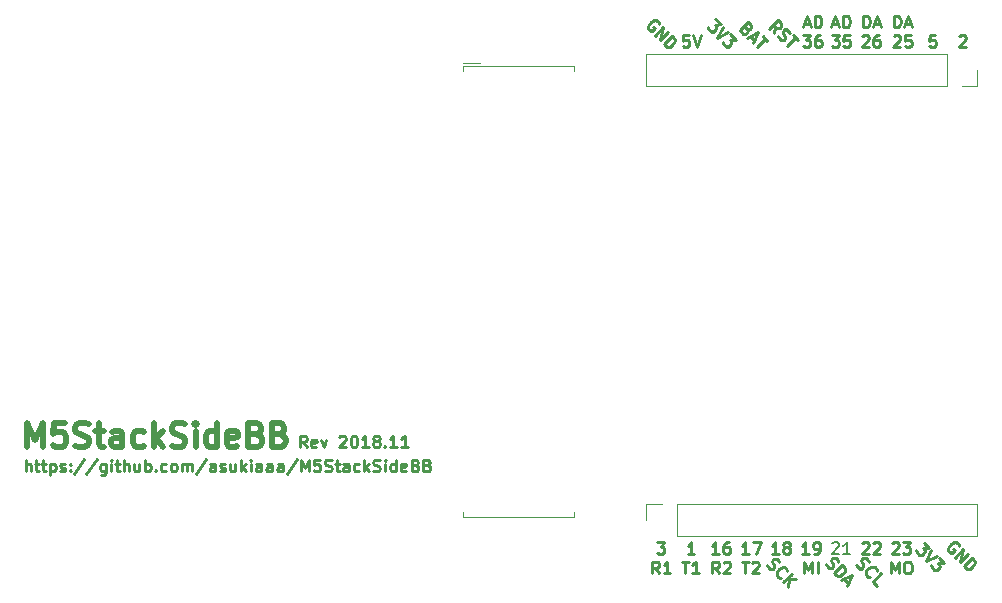
<source format=gbr>
G04 #@! TF.GenerationSoftware,KiCad,Pcbnew,5.0.1-33cea8e~68~ubuntu18.04.1*
G04 #@! TF.CreationDate,2018-11-09T15:53:42+09:00*
G04 #@! TF.ProjectId,M5StackSideBB,4D35537461636B5369646542422E6B69,rev?*
G04 #@! TF.SameCoordinates,Original*
G04 #@! TF.FileFunction,Legend,Top*
G04 #@! TF.FilePolarity,Positive*
%FSLAX46Y46*%
G04 Gerber Fmt 4.6, Leading zero omitted, Abs format (unit mm)*
G04 Created by KiCad (PCBNEW 5.0.1-33cea8e~68~ubuntu18.04.1) date 2018年11月09日 15時53分42秒*
%MOMM*%
%LPD*%
G01*
G04 APERTURE LIST*
%ADD10C,0.250000*%
%ADD11C,0.500000*%
%ADD12C,0.200000*%
%ADD13C,0.120000*%
G04 APERTURE END LIST*
D10*
X126122609Y-88031580D02*
X125789276Y-87555390D01*
X125551180Y-88031580D02*
X125551180Y-87031580D01*
X125932133Y-87031580D01*
X126027371Y-87079200D01*
X126074990Y-87126819D01*
X126122609Y-87222057D01*
X126122609Y-87364914D01*
X126074990Y-87460152D01*
X126027371Y-87507771D01*
X125932133Y-87555390D01*
X125551180Y-87555390D01*
X126932133Y-87983961D02*
X126836895Y-88031580D01*
X126646419Y-88031580D01*
X126551180Y-87983961D01*
X126503561Y-87888723D01*
X126503561Y-87507771D01*
X126551180Y-87412533D01*
X126646419Y-87364914D01*
X126836895Y-87364914D01*
X126932133Y-87412533D01*
X126979752Y-87507771D01*
X126979752Y-87603009D01*
X126503561Y-87698247D01*
X127313085Y-87364914D02*
X127551180Y-88031580D01*
X127789276Y-87364914D01*
X128884514Y-87126819D02*
X128932133Y-87079200D01*
X129027371Y-87031580D01*
X129265466Y-87031580D01*
X129360704Y-87079200D01*
X129408323Y-87126819D01*
X129455942Y-87222057D01*
X129455942Y-87317295D01*
X129408323Y-87460152D01*
X128836895Y-88031580D01*
X129455942Y-88031580D01*
X130074990Y-87031580D02*
X130170228Y-87031580D01*
X130265466Y-87079200D01*
X130313085Y-87126819D01*
X130360704Y-87222057D01*
X130408323Y-87412533D01*
X130408323Y-87650628D01*
X130360704Y-87841104D01*
X130313085Y-87936342D01*
X130265466Y-87983961D01*
X130170228Y-88031580D01*
X130074990Y-88031580D01*
X129979752Y-87983961D01*
X129932133Y-87936342D01*
X129884514Y-87841104D01*
X129836895Y-87650628D01*
X129836895Y-87412533D01*
X129884514Y-87222057D01*
X129932133Y-87126819D01*
X129979752Y-87079200D01*
X130074990Y-87031580D01*
X131360704Y-88031580D02*
X130789276Y-88031580D01*
X131074990Y-88031580D02*
X131074990Y-87031580D01*
X130979752Y-87174438D01*
X130884514Y-87269676D01*
X130789276Y-87317295D01*
X131932133Y-87460152D02*
X131836895Y-87412533D01*
X131789276Y-87364914D01*
X131741657Y-87269676D01*
X131741657Y-87222057D01*
X131789276Y-87126819D01*
X131836895Y-87079200D01*
X131932133Y-87031580D01*
X132122609Y-87031580D01*
X132217847Y-87079200D01*
X132265466Y-87126819D01*
X132313085Y-87222057D01*
X132313085Y-87269676D01*
X132265466Y-87364914D01*
X132217847Y-87412533D01*
X132122609Y-87460152D01*
X131932133Y-87460152D01*
X131836895Y-87507771D01*
X131789276Y-87555390D01*
X131741657Y-87650628D01*
X131741657Y-87841104D01*
X131789276Y-87936342D01*
X131836895Y-87983961D01*
X131932133Y-88031580D01*
X132122609Y-88031580D01*
X132217847Y-87983961D01*
X132265466Y-87936342D01*
X132313085Y-87841104D01*
X132313085Y-87650628D01*
X132265466Y-87555390D01*
X132217847Y-87507771D01*
X132122609Y-87460152D01*
X132741657Y-87936342D02*
X132789276Y-87983961D01*
X132741657Y-88031580D01*
X132694038Y-87983961D01*
X132741657Y-87936342D01*
X132741657Y-88031580D01*
X133741657Y-88031580D02*
X133170228Y-88031580D01*
X133455942Y-88031580D02*
X133455942Y-87031580D01*
X133360704Y-87174438D01*
X133265466Y-87269676D01*
X133170228Y-87317295D01*
X134694038Y-88031580D02*
X134122609Y-88031580D01*
X134408323Y-88031580D02*
X134408323Y-87031580D01*
X134313085Y-87174438D01*
X134217847Y-87269676D01*
X134122609Y-87317295D01*
D11*
X102430038Y-87975961D02*
X102430038Y-85975961D01*
X103096704Y-87404533D01*
X103763371Y-85975961D01*
X103763371Y-87975961D01*
X105668133Y-85975961D02*
X104715752Y-85975961D01*
X104620514Y-86928342D01*
X104715752Y-86833104D01*
X104906228Y-86737866D01*
X105382419Y-86737866D01*
X105572895Y-86833104D01*
X105668133Y-86928342D01*
X105763371Y-87118819D01*
X105763371Y-87595009D01*
X105668133Y-87785485D01*
X105572895Y-87880723D01*
X105382419Y-87975961D01*
X104906228Y-87975961D01*
X104715752Y-87880723D01*
X104620514Y-87785485D01*
X106525276Y-87880723D02*
X106810990Y-87975961D01*
X107287180Y-87975961D01*
X107477657Y-87880723D01*
X107572895Y-87785485D01*
X107668133Y-87595009D01*
X107668133Y-87404533D01*
X107572895Y-87214057D01*
X107477657Y-87118819D01*
X107287180Y-87023580D01*
X106906228Y-86928342D01*
X106715752Y-86833104D01*
X106620514Y-86737866D01*
X106525276Y-86547390D01*
X106525276Y-86356914D01*
X106620514Y-86166438D01*
X106715752Y-86071200D01*
X106906228Y-85975961D01*
X107382419Y-85975961D01*
X107668133Y-86071200D01*
X108239561Y-86642628D02*
X109001466Y-86642628D01*
X108525276Y-85975961D02*
X108525276Y-87690247D01*
X108620514Y-87880723D01*
X108810990Y-87975961D01*
X109001466Y-87975961D01*
X110525276Y-87975961D02*
X110525276Y-86928342D01*
X110430038Y-86737866D01*
X110239561Y-86642628D01*
X109858609Y-86642628D01*
X109668133Y-86737866D01*
X110525276Y-87880723D02*
X110334800Y-87975961D01*
X109858609Y-87975961D01*
X109668133Y-87880723D01*
X109572895Y-87690247D01*
X109572895Y-87499771D01*
X109668133Y-87309295D01*
X109858609Y-87214057D01*
X110334800Y-87214057D01*
X110525276Y-87118819D01*
X112334800Y-87880723D02*
X112144323Y-87975961D01*
X111763371Y-87975961D01*
X111572895Y-87880723D01*
X111477657Y-87785485D01*
X111382419Y-87595009D01*
X111382419Y-87023580D01*
X111477657Y-86833104D01*
X111572895Y-86737866D01*
X111763371Y-86642628D01*
X112144323Y-86642628D01*
X112334800Y-86737866D01*
X113191942Y-87975961D02*
X113191942Y-85975961D01*
X113382419Y-87214057D02*
X113953847Y-87975961D01*
X113953847Y-86642628D02*
X113191942Y-87404533D01*
X114715752Y-87880723D02*
X115001466Y-87975961D01*
X115477657Y-87975961D01*
X115668133Y-87880723D01*
X115763371Y-87785485D01*
X115858609Y-87595009D01*
X115858609Y-87404533D01*
X115763371Y-87214057D01*
X115668133Y-87118819D01*
X115477657Y-87023580D01*
X115096704Y-86928342D01*
X114906228Y-86833104D01*
X114810990Y-86737866D01*
X114715752Y-86547390D01*
X114715752Y-86356914D01*
X114810990Y-86166438D01*
X114906228Y-86071200D01*
X115096704Y-85975961D01*
X115572895Y-85975961D01*
X115858609Y-86071200D01*
X116715752Y-87975961D02*
X116715752Y-86642628D01*
X116715752Y-85975961D02*
X116620514Y-86071200D01*
X116715752Y-86166438D01*
X116810990Y-86071200D01*
X116715752Y-85975961D01*
X116715752Y-86166438D01*
X118525276Y-87975961D02*
X118525276Y-85975961D01*
X118525276Y-87880723D02*
X118334800Y-87975961D01*
X117953847Y-87975961D01*
X117763371Y-87880723D01*
X117668133Y-87785485D01*
X117572895Y-87595009D01*
X117572895Y-87023580D01*
X117668133Y-86833104D01*
X117763371Y-86737866D01*
X117953847Y-86642628D01*
X118334800Y-86642628D01*
X118525276Y-86737866D01*
X120239561Y-87880723D02*
X120049085Y-87975961D01*
X119668133Y-87975961D01*
X119477657Y-87880723D01*
X119382419Y-87690247D01*
X119382419Y-86928342D01*
X119477657Y-86737866D01*
X119668133Y-86642628D01*
X120049085Y-86642628D01*
X120239561Y-86737866D01*
X120334799Y-86928342D01*
X120334799Y-87118819D01*
X119382419Y-87309295D01*
X121858609Y-86928342D02*
X122144323Y-87023580D01*
X122239561Y-87118819D01*
X122334799Y-87309295D01*
X122334799Y-87595009D01*
X122239561Y-87785485D01*
X122144323Y-87880723D01*
X121953847Y-87975961D01*
X121191942Y-87975961D01*
X121191942Y-85975961D01*
X121858609Y-85975961D01*
X122049085Y-86071200D01*
X122144323Y-86166438D01*
X122239561Y-86356914D01*
X122239561Y-86547390D01*
X122144323Y-86737866D01*
X122049085Y-86833104D01*
X121858609Y-86928342D01*
X121191942Y-86928342D01*
X123858609Y-86928342D02*
X124144323Y-87023580D01*
X124239561Y-87118819D01*
X124334799Y-87309295D01*
X124334799Y-87595009D01*
X124239561Y-87785485D01*
X124144323Y-87880723D01*
X123953847Y-87975961D01*
X123191942Y-87975961D01*
X123191942Y-85975961D01*
X123858609Y-85975961D01*
X124049085Y-86071200D01*
X124144323Y-86166438D01*
X124239561Y-86356914D01*
X124239561Y-86547390D01*
X124144323Y-86737866D01*
X124049085Y-86833104D01*
X123858609Y-86928342D01*
X123191942Y-86928342D01*
D10*
X102335561Y-90063580D02*
X102335561Y-89063580D01*
X102764133Y-90063580D02*
X102764133Y-89539771D01*
X102716514Y-89444533D01*
X102621276Y-89396914D01*
X102478419Y-89396914D01*
X102383180Y-89444533D01*
X102335561Y-89492152D01*
X103097466Y-89396914D02*
X103478419Y-89396914D01*
X103240323Y-89063580D02*
X103240323Y-89920723D01*
X103287942Y-90015961D01*
X103383180Y-90063580D01*
X103478419Y-90063580D01*
X103668895Y-89396914D02*
X104049847Y-89396914D01*
X103811752Y-89063580D02*
X103811752Y-89920723D01*
X103859371Y-90015961D01*
X103954609Y-90063580D01*
X104049847Y-90063580D01*
X104383180Y-89396914D02*
X104383180Y-90396914D01*
X104383180Y-89444533D02*
X104478419Y-89396914D01*
X104668895Y-89396914D01*
X104764133Y-89444533D01*
X104811752Y-89492152D01*
X104859371Y-89587390D01*
X104859371Y-89873104D01*
X104811752Y-89968342D01*
X104764133Y-90015961D01*
X104668895Y-90063580D01*
X104478419Y-90063580D01*
X104383180Y-90015961D01*
X105240323Y-90015961D02*
X105335561Y-90063580D01*
X105526038Y-90063580D01*
X105621276Y-90015961D01*
X105668895Y-89920723D01*
X105668895Y-89873104D01*
X105621276Y-89777866D01*
X105526038Y-89730247D01*
X105383180Y-89730247D01*
X105287942Y-89682628D01*
X105240323Y-89587390D01*
X105240323Y-89539771D01*
X105287942Y-89444533D01*
X105383180Y-89396914D01*
X105526038Y-89396914D01*
X105621276Y-89444533D01*
X106097466Y-89968342D02*
X106145085Y-90015961D01*
X106097466Y-90063580D01*
X106049847Y-90015961D01*
X106097466Y-89968342D01*
X106097466Y-90063580D01*
X106097466Y-89444533D02*
X106145085Y-89492152D01*
X106097466Y-89539771D01*
X106049847Y-89492152D01*
X106097466Y-89444533D01*
X106097466Y-89539771D01*
X107287942Y-89015961D02*
X106430799Y-90301676D01*
X108335561Y-89015961D02*
X107478419Y-90301676D01*
X109097466Y-89396914D02*
X109097466Y-90206438D01*
X109049847Y-90301676D01*
X109002228Y-90349295D01*
X108906990Y-90396914D01*
X108764133Y-90396914D01*
X108668895Y-90349295D01*
X109097466Y-90015961D02*
X109002228Y-90063580D01*
X108811752Y-90063580D01*
X108716514Y-90015961D01*
X108668895Y-89968342D01*
X108621276Y-89873104D01*
X108621276Y-89587390D01*
X108668895Y-89492152D01*
X108716514Y-89444533D01*
X108811752Y-89396914D01*
X109002228Y-89396914D01*
X109097466Y-89444533D01*
X109573657Y-90063580D02*
X109573657Y-89396914D01*
X109573657Y-89063580D02*
X109526038Y-89111200D01*
X109573657Y-89158819D01*
X109621276Y-89111200D01*
X109573657Y-89063580D01*
X109573657Y-89158819D01*
X109906990Y-89396914D02*
X110287942Y-89396914D01*
X110049847Y-89063580D02*
X110049847Y-89920723D01*
X110097466Y-90015961D01*
X110192704Y-90063580D01*
X110287942Y-90063580D01*
X110621276Y-90063580D02*
X110621276Y-89063580D01*
X111049847Y-90063580D02*
X111049847Y-89539771D01*
X111002228Y-89444533D01*
X110906990Y-89396914D01*
X110764133Y-89396914D01*
X110668895Y-89444533D01*
X110621276Y-89492152D01*
X111954609Y-89396914D02*
X111954609Y-90063580D01*
X111526038Y-89396914D02*
X111526038Y-89920723D01*
X111573657Y-90015961D01*
X111668895Y-90063580D01*
X111811752Y-90063580D01*
X111906990Y-90015961D01*
X111954609Y-89968342D01*
X112430799Y-90063580D02*
X112430799Y-89063580D01*
X112430799Y-89444533D02*
X112526038Y-89396914D01*
X112716514Y-89396914D01*
X112811752Y-89444533D01*
X112859371Y-89492152D01*
X112906990Y-89587390D01*
X112906990Y-89873104D01*
X112859371Y-89968342D01*
X112811752Y-90015961D01*
X112716514Y-90063580D01*
X112526038Y-90063580D01*
X112430799Y-90015961D01*
X113335561Y-89968342D02*
X113383180Y-90015961D01*
X113335561Y-90063580D01*
X113287942Y-90015961D01*
X113335561Y-89968342D01*
X113335561Y-90063580D01*
X114240323Y-90015961D02*
X114145085Y-90063580D01*
X113954609Y-90063580D01*
X113859371Y-90015961D01*
X113811752Y-89968342D01*
X113764133Y-89873104D01*
X113764133Y-89587390D01*
X113811752Y-89492152D01*
X113859371Y-89444533D01*
X113954609Y-89396914D01*
X114145085Y-89396914D01*
X114240323Y-89444533D01*
X114811752Y-90063580D02*
X114716514Y-90015961D01*
X114668895Y-89968342D01*
X114621276Y-89873104D01*
X114621276Y-89587390D01*
X114668895Y-89492152D01*
X114716514Y-89444533D01*
X114811752Y-89396914D01*
X114954609Y-89396914D01*
X115049847Y-89444533D01*
X115097466Y-89492152D01*
X115145085Y-89587390D01*
X115145085Y-89873104D01*
X115097466Y-89968342D01*
X115049847Y-90015961D01*
X114954609Y-90063580D01*
X114811752Y-90063580D01*
X115573657Y-90063580D02*
X115573657Y-89396914D01*
X115573657Y-89492152D02*
X115621276Y-89444533D01*
X115716514Y-89396914D01*
X115859371Y-89396914D01*
X115954609Y-89444533D01*
X116002228Y-89539771D01*
X116002228Y-90063580D01*
X116002228Y-89539771D02*
X116049847Y-89444533D01*
X116145085Y-89396914D01*
X116287942Y-89396914D01*
X116383180Y-89444533D01*
X116430799Y-89539771D01*
X116430799Y-90063580D01*
X117621276Y-89015961D02*
X116764133Y-90301676D01*
X118383180Y-90063580D02*
X118383180Y-89539771D01*
X118335561Y-89444533D01*
X118240323Y-89396914D01*
X118049847Y-89396914D01*
X117954609Y-89444533D01*
X118383180Y-90015961D02*
X118287942Y-90063580D01*
X118049847Y-90063580D01*
X117954609Y-90015961D01*
X117906990Y-89920723D01*
X117906990Y-89825485D01*
X117954609Y-89730247D01*
X118049847Y-89682628D01*
X118287942Y-89682628D01*
X118383180Y-89635009D01*
X118811752Y-90015961D02*
X118906990Y-90063580D01*
X119097466Y-90063580D01*
X119192704Y-90015961D01*
X119240323Y-89920723D01*
X119240323Y-89873104D01*
X119192704Y-89777866D01*
X119097466Y-89730247D01*
X118954609Y-89730247D01*
X118859371Y-89682628D01*
X118811752Y-89587390D01*
X118811752Y-89539771D01*
X118859371Y-89444533D01*
X118954609Y-89396914D01*
X119097466Y-89396914D01*
X119192704Y-89444533D01*
X120097466Y-89396914D02*
X120097466Y-90063580D01*
X119668895Y-89396914D02*
X119668895Y-89920723D01*
X119716514Y-90015961D01*
X119811752Y-90063580D01*
X119954609Y-90063580D01*
X120049847Y-90015961D01*
X120097466Y-89968342D01*
X120573657Y-90063580D02*
X120573657Y-89063580D01*
X120668895Y-89682628D02*
X120954609Y-90063580D01*
X120954609Y-89396914D02*
X120573657Y-89777866D01*
X121383180Y-90063580D02*
X121383180Y-89396914D01*
X121383180Y-89063580D02*
X121335561Y-89111200D01*
X121383180Y-89158819D01*
X121430799Y-89111200D01*
X121383180Y-89063580D01*
X121383180Y-89158819D01*
X122287942Y-90063580D02*
X122287942Y-89539771D01*
X122240323Y-89444533D01*
X122145085Y-89396914D01*
X121954609Y-89396914D01*
X121859371Y-89444533D01*
X122287942Y-90015961D02*
X122192704Y-90063580D01*
X121954609Y-90063580D01*
X121859371Y-90015961D01*
X121811752Y-89920723D01*
X121811752Y-89825485D01*
X121859371Y-89730247D01*
X121954609Y-89682628D01*
X122192704Y-89682628D01*
X122287942Y-89635009D01*
X123192704Y-90063580D02*
X123192704Y-89539771D01*
X123145085Y-89444533D01*
X123049847Y-89396914D01*
X122859371Y-89396914D01*
X122764133Y-89444533D01*
X123192704Y-90015961D02*
X123097466Y-90063580D01*
X122859371Y-90063580D01*
X122764133Y-90015961D01*
X122716514Y-89920723D01*
X122716514Y-89825485D01*
X122764133Y-89730247D01*
X122859371Y-89682628D01*
X123097466Y-89682628D01*
X123192704Y-89635009D01*
X124097466Y-90063580D02*
X124097466Y-89539771D01*
X124049847Y-89444533D01*
X123954609Y-89396914D01*
X123764133Y-89396914D01*
X123668895Y-89444533D01*
X124097466Y-90015961D02*
X124002228Y-90063580D01*
X123764133Y-90063580D01*
X123668895Y-90015961D01*
X123621276Y-89920723D01*
X123621276Y-89825485D01*
X123668895Y-89730247D01*
X123764133Y-89682628D01*
X124002228Y-89682628D01*
X124097466Y-89635009D01*
X125287942Y-89015961D02*
X124430799Y-90301676D01*
X125621276Y-90063580D02*
X125621276Y-89063580D01*
X125954609Y-89777866D01*
X126287942Y-89063580D01*
X126287942Y-90063580D01*
X127240323Y-89063580D02*
X126764133Y-89063580D01*
X126716514Y-89539771D01*
X126764133Y-89492152D01*
X126859371Y-89444533D01*
X127097466Y-89444533D01*
X127192704Y-89492152D01*
X127240323Y-89539771D01*
X127287942Y-89635009D01*
X127287942Y-89873104D01*
X127240323Y-89968342D01*
X127192704Y-90015961D01*
X127097466Y-90063580D01*
X126859371Y-90063580D01*
X126764133Y-90015961D01*
X126716514Y-89968342D01*
X127668895Y-90015961D02*
X127811752Y-90063580D01*
X128049847Y-90063580D01*
X128145085Y-90015961D01*
X128192704Y-89968342D01*
X128240323Y-89873104D01*
X128240323Y-89777866D01*
X128192704Y-89682628D01*
X128145085Y-89635009D01*
X128049847Y-89587390D01*
X127859371Y-89539771D01*
X127764133Y-89492152D01*
X127716514Y-89444533D01*
X127668895Y-89349295D01*
X127668895Y-89254057D01*
X127716514Y-89158819D01*
X127764133Y-89111200D01*
X127859371Y-89063580D01*
X128097466Y-89063580D01*
X128240323Y-89111200D01*
X128526038Y-89396914D02*
X128906990Y-89396914D01*
X128668895Y-89063580D02*
X128668895Y-89920723D01*
X128716514Y-90015961D01*
X128811752Y-90063580D01*
X128906990Y-90063580D01*
X129668895Y-90063580D02*
X129668895Y-89539771D01*
X129621276Y-89444533D01*
X129526038Y-89396914D01*
X129335561Y-89396914D01*
X129240323Y-89444533D01*
X129668895Y-90015961D02*
X129573657Y-90063580D01*
X129335561Y-90063580D01*
X129240323Y-90015961D01*
X129192704Y-89920723D01*
X129192704Y-89825485D01*
X129240323Y-89730247D01*
X129335561Y-89682628D01*
X129573657Y-89682628D01*
X129668895Y-89635009D01*
X130573657Y-90015961D02*
X130478419Y-90063580D01*
X130287942Y-90063580D01*
X130192704Y-90015961D01*
X130145085Y-89968342D01*
X130097466Y-89873104D01*
X130097466Y-89587390D01*
X130145085Y-89492152D01*
X130192704Y-89444533D01*
X130287942Y-89396914D01*
X130478419Y-89396914D01*
X130573657Y-89444533D01*
X131002228Y-90063580D02*
X131002228Y-89063580D01*
X131097466Y-89682628D02*
X131383180Y-90063580D01*
X131383180Y-89396914D02*
X131002228Y-89777866D01*
X131764133Y-90015961D02*
X131906990Y-90063580D01*
X132145085Y-90063580D01*
X132240323Y-90015961D01*
X132287942Y-89968342D01*
X132335561Y-89873104D01*
X132335561Y-89777866D01*
X132287942Y-89682628D01*
X132240323Y-89635009D01*
X132145085Y-89587390D01*
X131954609Y-89539771D01*
X131859371Y-89492152D01*
X131811752Y-89444533D01*
X131764133Y-89349295D01*
X131764133Y-89254057D01*
X131811752Y-89158819D01*
X131859371Y-89111200D01*
X131954609Y-89063580D01*
X132192704Y-89063580D01*
X132335561Y-89111200D01*
X132764133Y-90063580D02*
X132764133Y-89396914D01*
X132764133Y-89063580D02*
X132716514Y-89111200D01*
X132764133Y-89158819D01*
X132811752Y-89111200D01*
X132764133Y-89063580D01*
X132764133Y-89158819D01*
X133668895Y-90063580D02*
X133668895Y-89063580D01*
X133668895Y-90015961D02*
X133573657Y-90063580D01*
X133383180Y-90063580D01*
X133287942Y-90015961D01*
X133240323Y-89968342D01*
X133192704Y-89873104D01*
X133192704Y-89587390D01*
X133240323Y-89492152D01*
X133287942Y-89444533D01*
X133383180Y-89396914D01*
X133573657Y-89396914D01*
X133668895Y-89444533D01*
X134526038Y-90015961D02*
X134430799Y-90063580D01*
X134240323Y-90063580D01*
X134145085Y-90015961D01*
X134097466Y-89920723D01*
X134097466Y-89539771D01*
X134145085Y-89444533D01*
X134240323Y-89396914D01*
X134430799Y-89396914D01*
X134526038Y-89444533D01*
X134573657Y-89539771D01*
X134573657Y-89635009D01*
X134097466Y-89730247D01*
X135335561Y-89539771D02*
X135478419Y-89587390D01*
X135526038Y-89635009D01*
X135573657Y-89730247D01*
X135573657Y-89873104D01*
X135526038Y-89968342D01*
X135478419Y-90015961D01*
X135383180Y-90063580D01*
X135002228Y-90063580D01*
X135002228Y-89063580D01*
X135335561Y-89063580D01*
X135430799Y-89111200D01*
X135478419Y-89158819D01*
X135526038Y-89254057D01*
X135526038Y-89349295D01*
X135478419Y-89444533D01*
X135430799Y-89492152D01*
X135335561Y-89539771D01*
X135002228Y-89539771D01*
X136335561Y-89539771D02*
X136478419Y-89587390D01*
X136526038Y-89635009D01*
X136573657Y-89730247D01*
X136573657Y-89873104D01*
X136526038Y-89968342D01*
X136478419Y-90015961D01*
X136383180Y-90063580D01*
X136002228Y-90063580D01*
X136002228Y-89063580D01*
X136335561Y-89063580D01*
X136430799Y-89111200D01*
X136478419Y-89158819D01*
X136526038Y-89254057D01*
X136526038Y-89349295D01*
X136478419Y-89444533D01*
X136430799Y-89492152D01*
X136335561Y-89539771D01*
X136002228Y-89539771D01*
X155948605Y-52142898D02*
X155914933Y-52041883D01*
X155813918Y-51940868D01*
X155679231Y-51873524D01*
X155544544Y-51873524D01*
X155443529Y-51907196D01*
X155275170Y-52008211D01*
X155174155Y-52109226D01*
X155073139Y-52277585D01*
X155039468Y-52378600D01*
X155039468Y-52513287D01*
X155106811Y-52647974D01*
X155174155Y-52715318D01*
X155308842Y-52782661D01*
X155376185Y-52782661D01*
X155611887Y-52546959D01*
X155477200Y-52412272D01*
X155611887Y-53153051D02*
X156318994Y-52445944D01*
X156015948Y-53557112D01*
X156723055Y-52850005D01*
X156352666Y-53893829D02*
X157059773Y-53186722D01*
X157228131Y-53355081D01*
X157295475Y-53489768D01*
X157295475Y-53624455D01*
X157261803Y-53725470D01*
X157160788Y-53893829D01*
X157059773Y-53994844D01*
X156891414Y-54095860D01*
X156790399Y-54129531D01*
X156655712Y-54129531D01*
X156521025Y-54062188D01*
X156352666Y-53893829D01*
X155967133Y-98699580D02*
X155633800Y-98223390D01*
X155395704Y-98699580D02*
X155395704Y-97699580D01*
X155776657Y-97699580D01*
X155871895Y-97747200D01*
X155919514Y-97794819D01*
X155967133Y-97890057D01*
X155967133Y-98032914D01*
X155919514Y-98128152D01*
X155871895Y-98175771D01*
X155776657Y-98223390D01*
X155395704Y-98223390D01*
X156919514Y-98699580D02*
X156348085Y-98699580D01*
X156633800Y-98699580D02*
X156633800Y-97699580D01*
X156538561Y-97842438D01*
X156443323Y-97937676D01*
X156348085Y-97985295D01*
X157911895Y-97699580D02*
X158483323Y-97699580D01*
X158197609Y-98699580D02*
X158197609Y-97699580D01*
X159340466Y-98699580D02*
X158769038Y-98699580D01*
X159054752Y-98699580D02*
X159054752Y-97699580D01*
X158959514Y-97842438D01*
X158864276Y-97937676D01*
X158769038Y-97985295D01*
X161047133Y-98699580D02*
X160713800Y-98223390D01*
X160475704Y-98699580D02*
X160475704Y-97699580D01*
X160856657Y-97699580D01*
X160951895Y-97747200D01*
X160999514Y-97794819D01*
X161047133Y-97890057D01*
X161047133Y-98032914D01*
X160999514Y-98128152D01*
X160951895Y-98175771D01*
X160856657Y-98223390D01*
X160475704Y-98223390D01*
X161428085Y-97794819D02*
X161475704Y-97747200D01*
X161570942Y-97699580D01*
X161809038Y-97699580D01*
X161904276Y-97747200D01*
X161951895Y-97794819D01*
X161999514Y-97890057D01*
X161999514Y-97985295D01*
X161951895Y-98128152D01*
X161380466Y-98699580D01*
X161999514Y-98699580D01*
X162991895Y-97699580D02*
X163563323Y-97699580D01*
X163277609Y-98699580D02*
X163277609Y-97699580D01*
X163849038Y-97794819D02*
X163896657Y-97747200D01*
X163991895Y-97699580D01*
X164229990Y-97699580D01*
X164325228Y-97747200D01*
X164372847Y-97794819D01*
X164420466Y-97890057D01*
X164420466Y-97985295D01*
X164372847Y-98128152D01*
X163801419Y-98699580D01*
X164420466Y-98699580D01*
X175839523Y-52471580D02*
X175839523Y-51471580D01*
X176077619Y-51471580D01*
X176220476Y-51519200D01*
X176315714Y-51614438D01*
X176363333Y-51709676D01*
X176410952Y-51900152D01*
X176410952Y-52043009D01*
X176363333Y-52233485D01*
X176315714Y-52328723D01*
X176220476Y-52423961D01*
X176077619Y-52471580D01*
X175839523Y-52471580D01*
X176791904Y-52185866D02*
X177268095Y-52185866D01*
X176696666Y-52471580D02*
X177030000Y-51471580D01*
X177363333Y-52471580D01*
X173223323Y-52471580D02*
X173223323Y-51471580D01*
X173461419Y-51471580D01*
X173604276Y-51519200D01*
X173699514Y-51614438D01*
X173747133Y-51709676D01*
X173794752Y-51900152D01*
X173794752Y-52043009D01*
X173747133Y-52233485D01*
X173699514Y-52328723D01*
X173604276Y-52423961D01*
X173461419Y-52471580D01*
X173223323Y-52471580D01*
X174175704Y-52185866D02*
X174651895Y-52185866D01*
X174080466Y-52471580D02*
X174413800Y-51471580D01*
X174747133Y-52471580D01*
X170635704Y-52185866D02*
X171111895Y-52185866D01*
X170540466Y-52471580D02*
X170873800Y-51471580D01*
X171207133Y-52471580D01*
X171540466Y-52471580D02*
X171540466Y-51471580D01*
X171778561Y-51471580D01*
X171921419Y-51519200D01*
X172016657Y-51614438D01*
X172064276Y-51709676D01*
X172111895Y-51900152D01*
X172111895Y-52043009D01*
X172064276Y-52233485D01*
X172016657Y-52328723D01*
X171921419Y-52423961D01*
X171778561Y-52471580D01*
X171540466Y-52471580D01*
X168222704Y-52185866D02*
X168698895Y-52185866D01*
X168127466Y-52471580D02*
X168460800Y-51471580D01*
X168794133Y-52471580D01*
X169127466Y-52471580D02*
X169127466Y-51471580D01*
X169365561Y-51471580D01*
X169508419Y-51519200D01*
X169603657Y-51614438D01*
X169651276Y-51709676D01*
X169698895Y-51900152D01*
X169698895Y-52043009D01*
X169651276Y-52233485D01*
X169603657Y-52328723D01*
X169508419Y-52423961D01*
X169365561Y-52471580D01*
X169127466Y-52471580D01*
X165098452Y-98005272D02*
X165165796Y-98139959D01*
X165334155Y-98308318D01*
X165435170Y-98341990D01*
X165502513Y-98341990D01*
X165603529Y-98308318D01*
X165670872Y-98240974D01*
X165704544Y-98139959D01*
X165704544Y-98072616D01*
X165670872Y-97971600D01*
X165569857Y-97803242D01*
X165536185Y-97702226D01*
X165536185Y-97634883D01*
X165569857Y-97533868D01*
X165637200Y-97466524D01*
X165738216Y-97432852D01*
X165805559Y-97432852D01*
X165906574Y-97466524D01*
X166074933Y-97634883D01*
X166142277Y-97769570D01*
X166243292Y-99082768D02*
X166175948Y-99082768D01*
X166041261Y-99015425D01*
X165973918Y-98948081D01*
X165906574Y-98813394D01*
X165906574Y-98678707D01*
X165940246Y-98577692D01*
X166041261Y-98409333D01*
X166142277Y-98308318D01*
X166310635Y-98207303D01*
X166411651Y-98173631D01*
X166546338Y-98173631D01*
X166681025Y-98240974D01*
X166748368Y-98308318D01*
X166815712Y-98443005D01*
X166815712Y-98510348D01*
X166478994Y-99453157D02*
X167186101Y-98746051D01*
X166883055Y-99857218D02*
X166984070Y-99150112D01*
X167590162Y-99150112D02*
X166782040Y-99150112D01*
X166103323Y-97048580D02*
X165531895Y-97048580D01*
X165817609Y-97048580D02*
X165817609Y-96048580D01*
X165722371Y-96191438D01*
X165627133Y-96286676D01*
X165531895Y-96334295D01*
X166674752Y-96477152D02*
X166579514Y-96429533D01*
X166531895Y-96381914D01*
X166484276Y-96286676D01*
X166484276Y-96239057D01*
X166531895Y-96143819D01*
X166579514Y-96096200D01*
X166674752Y-96048580D01*
X166865228Y-96048580D01*
X166960466Y-96096200D01*
X167008085Y-96143819D01*
X167055704Y-96239057D01*
X167055704Y-96286676D01*
X167008085Y-96381914D01*
X166960466Y-96429533D01*
X166865228Y-96477152D01*
X166674752Y-96477152D01*
X166579514Y-96524771D01*
X166531895Y-96572390D01*
X166484276Y-96667628D01*
X166484276Y-96858104D01*
X166531895Y-96953342D01*
X166579514Y-97000961D01*
X166674752Y-97048580D01*
X166865228Y-97048580D01*
X166960466Y-97000961D01*
X167008085Y-96953342D01*
X167055704Y-96858104D01*
X167055704Y-96667628D01*
X167008085Y-96572390D01*
X166960466Y-96524771D01*
X166865228Y-96477152D01*
X175596657Y-98699580D02*
X175596657Y-97699580D01*
X175929990Y-98413866D01*
X176263323Y-97699580D01*
X176263323Y-98699580D01*
X176929990Y-97699580D02*
X177120466Y-97699580D01*
X177215704Y-97747200D01*
X177310942Y-97842438D01*
X177358561Y-98032914D01*
X177358561Y-98366247D01*
X177310942Y-98556723D01*
X177215704Y-98651961D01*
X177120466Y-98699580D01*
X176929990Y-98699580D01*
X176834752Y-98651961D01*
X176739514Y-98556723D01*
X176691895Y-98366247D01*
X176691895Y-98032914D01*
X176739514Y-97842438D01*
X176834752Y-97747200D01*
X176929990Y-97699580D01*
X168643323Y-97048580D02*
X168071895Y-97048580D01*
X168357609Y-97048580D02*
X168357609Y-96048580D01*
X168262371Y-96191438D01*
X168167133Y-96286676D01*
X168071895Y-96334295D01*
X169119514Y-97048580D02*
X169309990Y-97048580D01*
X169405228Y-97000961D01*
X169452847Y-96953342D01*
X169548085Y-96810485D01*
X169595704Y-96620009D01*
X169595704Y-96239057D01*
X169548085Y-96143819D01*
X169500466Y-96096200D01*
X169405228Y-96048580D01*
X169214752Y-96048580D01*
X169119514Y-96096200D01*
X169071895Y-96143819D01*
X169024276Y-96239057D01*
X169024276Y-96477152D01*
X169071895Y-96572390D01*
X169119514Y-96620009D01*
X169214752Y-96667628D01*
X169405228Y-96667628D01*
X169500466Y-96620009D01*
X169548085Y-96572390D01*
X169595704Y-96477152D01*
X175691895Y-96143819D02*
X175739514Y-96096200D01*
X175834752Y-96048580D01*
X176072847Y-96048580D01*
X176168085Y-96096200D01*
X176215704Y-96143819D01*
X176263323Y-96239057D01*
X176263323Y-96334295D01*
X176215704Y-96477152D01*
X175644276Y-97048580D01*
X176263323Y-97048580D01*
X176596657Y-96048580D02*
X177215704Y-96048580D01*
X176882371Y-96429533D01*
X177025228Y-96429533D01*
X177120466Y-96477152D01*
X177168085Y-96524771D01*
X177215704Y-96620009D01*
X177215704Y-96858104D01*
X177168085Y-96953342D01*
X177120466Y-97000961D01*
X177025228Y-97048580D01*
X176739514Y-97048580D01*
X176644276Y-97000961D01*
X176596657Y-96953342D01*
X168262371Y-98699580D02*
X168262371Y-97699580D01*
X168595704Y-98413866D01*
X168929038Y-97699580D01*
X168929038Y-98699580D01*
X169405228Y-98699580D02*
X169405228Y-97699580D01*
X172658796Y-97945616D02*
X172726139Y-98080303D01*
X172894498Y-98248661D01*
X172995513Y-98282333D01*
X173062857Y-98282333D01*
X173163872Y-98248661D01*
X173231216Y-98181318D01*
X173264887Y-98080303D01*
X173264887Y-98012959D01*
X173231216Y-97911944D01*
X173130200Y-97743585D01*
X173096529Y-97642570D01*
X173096529Y-97575226D01*
X173130200Y-97474211D01*
X173197544Y-97406868D01*
X173298559Y-97373196D01*
X173365903Y-97373196D01*
X173466918Y-97406868D01*
X173635277Y-97575226D01*
X173702620Y-97709913D01*
X173803635Y-99023112D02*
X173736292Y-99023112D01*
X173601605Y-98955768D01*
X173534261Y-98888425D01*
X173466918Y-98753738D01*
X173466918Y-98619051D01*
X173500590Y-98518035D01*
X173601605Y-98349677D01*
X173702620Y-98248661D01*
X173870979Y-98147646D01*
X173971994Y-98113974D01*
X174106681Y-98113974D01*
X174241368Y-98181318D01*
X174308712Y-98248661D01*
X174376055Y-98383348D01*
X174376055Y-98450692D01*
X174376055Y-99730218D02*
X174039338Y-99393501D01*
X174746444Y-98686394D01*
X170101960Y-97928780D02*
X170169303Y-98063467D01*
X170337662Y-98231825D01*
X170438677Y-98265497D01*
X170506021Y-98265497D01*
X170607036Y-98231825D01*
X170674380Y-98164482D01*
X170708051Y-98063467D01*
X170708051Y-97996123D01*
X170674380Y-97895108D01*
X170573364Y-97726749D01*
X170539693Y-97625734D01*
X170539693Y-97558390D01*
X170573364Y-97457375D01*
X170640708Y-97390032D01*
X170741723Y-97356360D01*
X170809067Y-97356360D01*
X170910082Y-97390032D01*
X171078441Y-97558390D01*
X171145784Y-97693077D01*
X170775395Y-98669558D02*
X171482502Y-97962451D01*
X171650861Y-98130810D01*
X171718204Y-98265497D01*
X171718204Y-98400184D01*
X171684532Y-98501199D01*
X171583517Y-98669558D01*
X171482502Y-98770574D01*
X171314143Y-98871589D01*
X171213128Y-98905261D01*
X171078441Y-98905261D01*
X170943754Y-98837917D01*
X170775395Y-98669558D01*
X171650861Y-99140963D02*
X171987578Y-99477680D01*
X171381487Y-99275650D02*
X172324296Y-98804245D01*
X171852891Y-99747054D01*
X178378559Y-96095509D02*
X178816292Y-96533242D01*
X178311216Y-96566913D01*
X178412231Y-96667929D01*
X178445903Y-96768944D01*
X178445903Y-96836287D01*
X178412231Y-96937303D01*
X178243872Y-97105661D01*
X178142857Y-97139333D01*
X178075513Y-97139333D01*
X177974498Y-97105661D01*
X177772468Y-96903631D01*
X177738796Y-96802616D01*
X177738796Y-96735272D01*
X179018322Y-96735272D02*
X178546918Y-97678081D01*
X179489727Y-97206677D01*
X179658086Y-97375035D02*
X180095818Y-97812768D01*
X179590742Y-97846440D01*
X179691757Y-97947455D01*
X179725429Y-98048470D01*
X179725429Y-98115814D01*
X179691757Y-98216829D01*
X179523399Y-98385188D01*
X179422383Y-98418860D01*
X179355040Y-98418860D01*
X179254025Y-98385188D01*
X179051994Y-98183157D01*
X179018322Y-98082142D01*
X179018322Y-98014799D01*
X173151895Y-96143819D02*
X173199514Y-96096200D01*
X173294752Y-96048580D01*
X173532847Y-96048580D01*
X173628085Y-96096200D01*
X173675704Y-96143819D01*
X173723323Y-96239057D01*
X173723323Y-96334295D01*
X173675704Y-96477152D01*
X173104276Y-97048580D01*
X173723323Y-97048580D01*
X174104276Y-96143819D02*
X174151895Y-96096200D01*
X174247133Y-96048580D01*
X174485228Y-96048580D01*
X174580466Y-96096200D01*
X174628085Y-96143819D01*
X174675704Y-96239057D01*
X174675704Y-96334295D01*
X174628085Y-96477152D01*
X174056657Y-97048580D01*
X174675704Y-97048580D01*
X181348605Y-96338898D02*
X181314933Y-96237883D01*
X181213918Y-96136868D01*
X181079231Y-96069524D01*
X180944544Y-96069524D01*
X180843529Y-96103196D01*
X180675170Y-96204211D01*
X180574155Y-96305226D01*
X180473139Y-96473585D01*
X180439468Y-96574600D01*
X180439468Y-96709287D01*
X180506811Y-96843974D01*
X180574155Y-96911318D01*
X180708842Y-96978661D01*
X180776185Y-96978661D01*
X181011887Y-96742959D01*
X180877200Y-96608272D01*
X181011887Y-97349051D02*
X181718994Y-96641944D01*
X181415948Y-97753112D01*
X182123055Y-97046005D01*
X181752666Y-98089829D02*
X182459773Y-97382722D01*
X182628131Y-97551081D01*
X182695475Y-97685768D01*
X182695475Y-97820455D01*
X182661803Y-97921470D01*
X182560788Y-98089829D01*
X182459773Y-98190844D01*
X182291414Y-98291860D01*
X182190399Y-98325531D01*
X182055712Y-98325531D01*
X181921025Y-98258188D01*
X181752666Y-98089829D01*
D12*
X170611895Y-96143819D02*
X170659514Y-96096200D01*
X170754752Y-96048580D01*
X170992847Y-96048580D01*
X171088085Y-96096200D01*
X171135704Y-96143819D01*
X171183323Y-96239057D01*
X171183323Y-96334295D01*
X171135704Y-96477152D01*
X170564276Y-97048580D01*
X171183323Y-97048580D01*
X172135704Y-97048580D02*
X171564276Y-97048580D01*
X171849990Y-97048580D02*
X171849990Y-96048580D01*
X171754752Y-96191438D01*
X171659514Y-96286676D01*
X171564276Y-96334295D01*
D10*
X168151276Y-53122580D02*
X168770323Y-53122580D01*
X168436990Y-53503533D01*
X168579847Y-53503533D01*
X168675085Y-53551152D01*
X168722704Y-53598771D01*
X168770323Y-53694009D01*
X168770323Y-53932104D01*
X168722704Y-54027342D01*
X168675085Y-54074961D01*
X168579847Y-54122580D01*
X168294133Y-54122580D01*
X168198895Y-54074961D01*
X168151276Y-54027342D01*
X169627466Y-53122580D02*
X169436990Y-53122580D01*
X169341752Y-53170200D01*
X169294133Y-53217819D01*
X169198895Y-53360676D01*
X169151276Y-53551152D01*
X169151276Y-53932104D01*
X169198895Y-54027342D01*
X169246514Y-54074961D01*
X169341752Y-54122580D01*
X169532228Y-54122580D01*
X169627466Y-54074961D01*
X169675085Y-54027342D01*
X169722704Y-53932104D01*
X169722704Y-53694009D01*
X169675085Y-53598771D01*
X169627466Y-53551152D01*
X169532228Y-53503533D01*
X169341752Y-53503533D01*
X169246514Y-53551152D01*
X169198895Y-53598771D01*
X169151276Y-53694009D01*
X160725559Y-51772509D02*
X161163292Y-52210242D01*
X160658216Y-52243913D01*
X160759231Y-52344929D01*
X160792903Y-52445944D01*
X160792903Y-52513287D01*
X160759231Y-52614303D01*
X160590872Y-52782661D01*
X160489857Y-52816333D01*
X160422513Y-52816333D01*
X160321498Y-52782661D01*
X160119468Y-52580631D01*
X160085796Y-52479616D01*
X160085796Y-52412272D01*
X161365322Y-52412272D02*
X160893918Y-53355081D01*
X161836727Y-52883677D01*
X162005086Y-53052035D02*
X162442818Y-53489768D01*
X161937742Y-53523440D01*
X162038757Y-53624455D01*
X162072429Y-53725470D01*
X162072429Y-53792814D01*
X162038757Y-53893829D01*
X161870399Y-54062188D01*
X161769383Y-54095860D01*
X161702040Y-54095860D01*
X161601025Y-54062188D01*
X161398994Y-53860157D01*
X161365322Y-53759142D01*
X161365322Y-53691799D01*
X170564276Y-53122580D02*
X171183323Y-53122580D01*
X170849990Y-53503533D01*
X170992847Y-53503533D01*
X171088085Y-53551152D01*
X171135704Y-53598771D01*
X171183323Y-53694009D01*
X171183323Y-53932104D01*
X171135704Y-54027342D01*
X171088085Y-54074961D01*
X170992847Y-54122580D01*
X170707133Y-54122580D01*
X170611895Y-54074961D01*
X170564276Y-54027342D01*
X172088085Y-53122580D02*
X171611895Y-53122580D01*
X171564276Y-53598771D01*
X171611895Y-53551152D01*
X171707133Y-53503533D01*
X171945228Y-53503533D01*
X172040466Y-53551152D01*
X172088085Y-53598771D01*
X172135704Y-53694009D01*
X172135704Y-53932104D01*
X172088085Y-54027342D01*
X172040466Y-54074961D01*
X171945228Y-54122580D01*
X171707133Y-54122580D01*
X171611895Y-54074961D01*
X171564276Y-54027342D01*
X163409395Y-52589780D02*
X163476738Y-52724467D01*
X163476738Y-52791810D01*
X163443067Y-52892825D01*
X163342051Y-52993841D01*
X163241036Y-53027512D01*
X163173693Y-53027512D01*
X163072677Y-52993841D01*
X162803303Y-52724467D01*
X163510410Y-52017360D01*
X163746112Y-52253062D01*
X163779784Y-52354077D01*
X163779784Y-52421421D01*
X163746112Y-52522436D01*
X163678769Y-52589780D01*
X163577754Y-52623451D01*
X163510410Y-52623451D01*
X163409395Y-52589780D01*
X163173693Y-52354077D01*
X163678769Y-53195871D02*
X164015487Y-53532589D01*
X163409395Y-53330558D02*
X164352204Y-52859154D01*
X163880800Y-53801963D01*
X164722593Y-53229543D02*
X165126654Y-53633604D01*
X164217517Y-54138680D02*
X164924624Y-53431574D01*
X165713693Y-52967856D02*
X165814708Y-52395436D01*
X165309632Y-52563795D02*
X166016738Y-51856688D01*
X166286112Y-52126062D01*
X166319784Y-52227077D01*
X166319784Y-52294421D01*
X166286112Y-52395436D01*
X166185097Y-52496451D01*
X166084082Y-52530123D01*
X166016738Y-52530123D01*
X165915723Y-52496451D01*
X165646349Y-52227077D01*
X166016738Y-53203558D02*
X166084082Y-53338245D01*
X166252441Y-53506604D01*
X166353456Y-53540276D01*
X166420799Y-53540276D01*
X166521815Y-53506604D01*
X166589158Y-53439261D01*
X166622830Y-53338245D01*
X166622830Y-53270902D01*
X166589158Y-53169887D01*
X166488143Y-53001528D01*
X166454471Y-52900512D01*
X166454471Y-52833169D01*
X166488143Y-52732154D01*
X166555487Y-52664810D01*
X166656502Y-52631138D01*
X166723845Y-52631138D01*
X166824861Y-52664810D01*
X166993219Y-52833169D01*
X167060563Y-52967856D01*
X167296265Y-53136215D02*
X167700326Y-53540276D01*
X166791189Y-54045352D02*
X167498296Y-53338245D01*
X158483323Y-53122580D02*
X158007133Y-53122580D01*
X157959514Y-53598771D01*
X158007133Y-53551152D01*
X158102371Y-53503533D01*
X158340466Y-53503533D01*
X158435704Y-53551152D01*
X158483323Y-53598771D01*
X158530942Y-53694009D01*
X158530942Y-53932104D01*
X158483323Y-54027342D01*
X158435704Y-54074961D01*
X158340466Y-54122580D01*
X158102371Y-54122580D01*
X158007133Y-54074961D01*
X157959514Y-54027342D01*
X158816657Y-53122580D02*
X159149990Y-54122580D01*
X159483323Y-53122580D01*
X173151895Y-53217819D02*
X173199514Y-53170200D01*
X173294752Y-53122580D01*
X173532847Y-53122580D01*
X173628085Y-53170200D01*
X173675704Y-53217819D01*
X173723323Y-53313057D01*
X173723323Y-53408295D01*
X173675704Y-53551152D01*
X173104276Y-54122580D01*
X173723323Y-54122580D01*
X174580466Y-53122580D02*
X174389990Y-53122580D01*
X174294752Y-53170200D01*
X174247133Y-53217819D01*
X174151895Y-53360676D01*
X174104276Y-53551152D01*
X174104276Y-53932104D01*
X174151895Y-54027342D01*
X174199514Y-54074961D01*
X174294752Y-54122580D01*
X174485228Y-54122580D01*
X174580466Y-54074961D01*
X174628085Y-54027342D01*
X174675704Y-53932104D01*
X174675704Y-53694009D01*
X174628085Y-53598771D01*
X174580466Y-53551152D01*
X174485228Y-53503533D01*
X174294752Y-53503533D01*
X174199514Y-53551152D01*
X174151895Y-53598771D01*
X174104276Y-53694009D01*
X175818895Y-53217819D02*
X175866514Y-53170200D01*
X175961752Y-53122580D01*
X176199847Y-53122580D01*
X176295085Y-53170200D01*
X176342704Y-53217819D01*
X176390323Y-53313057D01*
X176390323Y-53408295D01*
X176342704Y-53551152D01*
X175771276Y-54122580D01*
X176390323Y-54122580D01*
X177295085Y-53122580D02*
X176818895Y-53122580D01*
X176771276Y-53598771D01*
X176818895Y-53551152D01*
X176914133Y-53503533D01*
X177152228Y-53503533D01*
X177247466Y-53551152D01*
X177295085Y-53598771D01*
X177342704Y-53694009D01*
X177342704Y-53932104D01*
X177295085Y-54027342D01*
X177247466Y-54074961D01*
X177152228Y-54122580D01*
X176914133Y-54122580D01*
X176818895Y-54074961D01*
X176771276Y-54027342D01*
X179358895Y-53122580D02*
X178882704Y-53122580D01*
X178835085Y-53598771D01*
X178882704Y-53551152D01*
X178977942Y-53503533D01*
X179216038Y-53503533D01*
X179311276Y-53551152D01*
X179358895Y-53598771D01*
X179406514Y-53694009D01*
X179406514Y-53932104D01*
X179358895Y-54027342D01*
X179311276Y-54074961D01*
X179216038Y-54122580D01*
X178977942Y-54122580D01*
X178882704Y-54074961D01*
X178835085Y-54027342D01*
X181375085Y-53217819D02*
X181422704Y-53170200D01*
X181517942Y-53122580D01*
X181756038Y-53122580D01*
X181851276Y-53170200D01*
X181898895Y-53217819D01*
X181946514Y-53313057D01*
X181946514Y-53408295D01*
X181898895Y-53551152D01*
X181327466Y-54122580D01*
X181946514Y-54122580D01*
X163563323Y-97048580D02*
X162991895Y-97048580D01*
X163277609Y-97048580D02*
X163277609Y-96048580D01*
X163182371Y-96191438D01*
X163087133Y-96286676D01*
X162991895Y-96334295D01*
X163896657Y-96048580D02*
X164563323Y-96048580D01*
X164134752Y-97048580D01*
X161023323Y-97048580D02*
X160451895Y-97048580D01*
X160737609Y-97048580D02*
X160737609Y-96048580D01*
X160642371Y-96191438D01*
X160547133Y-96286676D01*
X160451895Y-96334295D01*
X161880466Y-96048580D02*
X161689990Y-96048580D01*
X161594752Y-96096200D01*
X161547133Y-96143819D01*
X161451895Y-96286676D01*
X161404276Y-96477152D01*
X161404276Y-96858104D01*
X161451895Y-96953342D01*
X161499514Y-97000961D01*
X161594752Y-97048580D01*
X161785228Y-97048580D01*
X161880466Y-97000961D01*
X161928085Y-96953342D01*
X161975704Y-96858104D01*
X161975704Y-96620009D01*
X161928085Y-96524771D01*
X161880466Y-96477152D01*
X161785228Y-96429533D01*
X161594752Y-96429533D01*
X161499514Y-96477152D01*
X161451895Y-96524771D01*
X161404276Y-96620009D01*
X158959514Y-97048580D02*
X158388085Y-97048580D01*
X158673800Y-97048580D02*
X158673800Y-96048580D01*
X158578561Y-96191438D01*
X158483323Y-96286676D01*
X158388085Y-96334295D01*
X155800466Y-96048580D02*
X156419514Y-96048580D01*
X156086180Y-96429533D01*
X156229038Y-96429533D01*
X156324276Y-96477152D01*
X156371895Y-96524771D01*
X156419514Y-96620009D01*
X156419514Y-96858104D01*
X156371895Y-96953342D01*
X156324276Y-97000961D01*
X156229038Y-97048580D01*
X155943323Y-97048580D01*
X155848085Y-97000961D01*
X155800466Y-96953342D01*
D13*
G04 #@! TO.C,J3*
X139394000Y-55727600D02*
X148754000Y-55727600D01*
X139394000Y-93929200D02*
X148754000Y-93929200D01*
X139400400Y-55473600D02*
X140840400Y-55473600D01*
X139394000Y-55727600D02*
X139394000Y-56127600D01*
X148754000Y-55727600D02*
X148754000Y-56127600D01*
X139394000Y-93529200D02*
X139394000Y-93929200D01*
X148754000Y-93529200D02*
X148754000Y-93929200D01*
G04 #@! TO.C,J1*
X180315000Y-54740000D02*
X180315000Y-57400000D01*
X180315000Y-54740000D02*
X154855000Y-54740000D01*
X154855000Y-54740000D02*
X154855000Y-57400000D01*
X180315000Y-57400000D02*
X154855000Y-57400000D01*
X182915000Y-57400000D02*
X181585000Y-57400000D01*
X182915000Y-56070000D02*
X182915000Y-57400000D01*
G04 #@! TO.C,J2*
X154855000Y-94170000D02*
X154855000Y-92840000D01*
X154855000Y-92840000D02*
X156185000Y-92840000D01*
X157455000Y-92840000D02*
X182915000Y-92840000D01*
X182915000Y-95500000D02*
X182915000Y-92840000D01*
X157455000Y-95500000D02*
X182915000Y-95500000D01*
X157455000Y-95500000D02*
X157455000Y-92840000D01*
G04 #@! TD*
M02*

</source>
